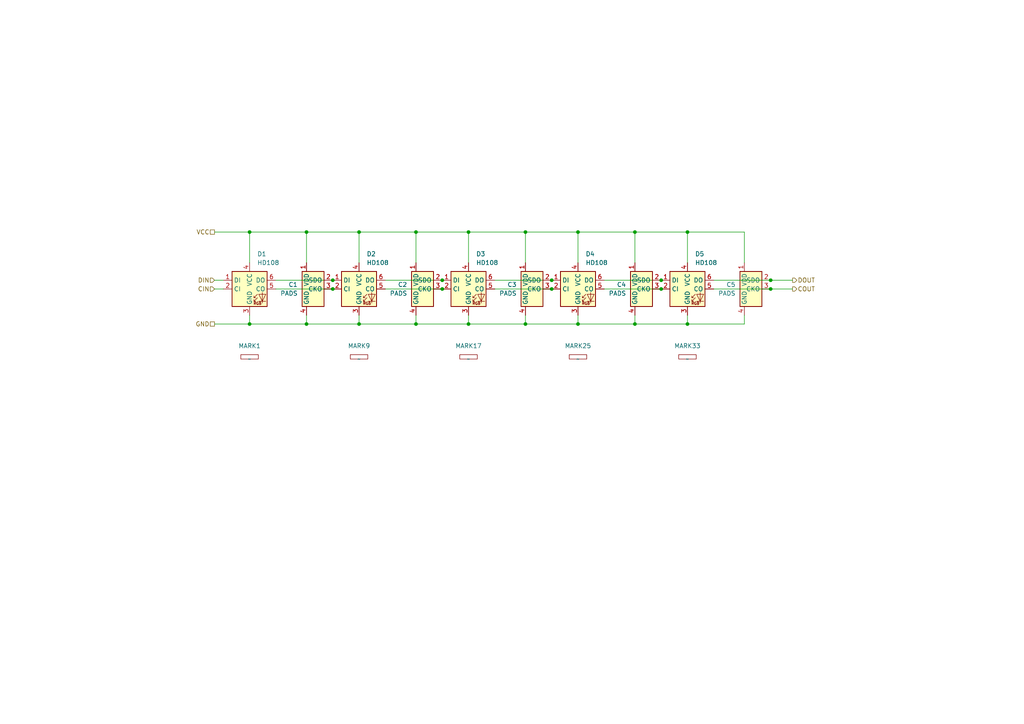
<source format=kicad_sch>
(kicad_sch (version 20230121) (generator eeschema)
  (paper "A4")
  (lib_symbols
    (symbol "project:HD108"
      (property "Reference" "D" (at 5.08 5.715 0))
      (property "Value" "HD108" (at 1.27 -5.715 0))
      (symbol "HD108_0_0"
        (text "RGB" (at 2.286 -4.191 0) (effects (font (size 0.762 0.762))))
      )
      (symbol "HD108_0_1"
        (rectangle (start -5.08 5.08) (end 5.08 -5.08) (stroke (width 0.254)) (fill (type background)))
        (polyline (pts (xy 1.27 -3.556) (xy 1.778 -3.556)))
        (polyline (pts (xy 1.27 -2.54) (xy 1.778 -2.54)))
        (polyline (pts (xy 4.699 -3.556) (xy 2.667 -3.556)))
        (polyline (pts (xy 2.286 -2.54) (xy 1.27 -3.556) (xy 1.27 -3.048)))
        (polyline (pts (xy 2.286 -1.524) (xy 1.27 -2.54) (xy 1.27 -2.032)))
        (polyline (pts (xy 3.683 -1.016) (xy 3.683 -3.556) (xy 3.683 -4.064)))
        (polyline (pts (xy 4.699 -1.524) (xy 2.667 -1.524) (xy 3.683 -3.556) (xy 4.699 -1.524)))
      )
      (symbol "HD108_1_1"
        (pin input line (at -7.62 2.54 0) (length 2.54) (name "DI") (number "1"))
        (pin input line (at -7.62 0 0) (length 2.54) (name "CI") (number "2"))
        (pin power_in line (at 0 -7.62 90) (length 2.54) (name "GND") (number "3"))
        (pin power_in line (at 0 7.62 270) (length 2.54) (name "VCC") (number "4"))
        (pin output line (at 7.62 0 180) (length 2.54) (name "CO") (number "5"))
        (pin output line (at 7.62 2.54 180) (length 2.54) (name "DO") (number "6"))
      )
    )
    (symbol "project:LED_PADS" (in_bom no)
      (property "Reference" "C" (at 5.08 5.715 0))
      (property "Value" "PADS" (at 1.27 -5.715 0))
      (symbol "LED_PADS_0_1"
        (rectangle (start -1.27 5.08) (end 5.08 -5.08) (stroke (width 0.254)) (fill (type background)))
      )
      (symbol "LED_PADS_1_1"
        (pin passive line (at 0 7.62 270) (length 2.54) (name "VDD") (number "1"))
        (pin passive line (at 7.62 2.54 180) (length 2.54) (name "SDO") (number "2"))
        (pin passive line (at 7.62 0 180) (length 2.54) (name "CKO") (number "3"))
        (pin passive line (at 0 -7.62 90) (length 2.54) (name "GND") (number "4"))
      )
    )
    (symbol "project:Marking"
      (property "Reference" "MARK" (at 0 -1.27 0))
      (symbol "Marking_0_1"
        (polyline (pts (xy -2.54 1.27) (xy -2.54 0) (xy 2.54 0) (xy 2.54 1.27) (xy -2.54 1.27)))
      )
    )
  )
  (junction (at 160.02 81.28))
  (junction (at 120.65 93.98))
  (junction (at 96.52 83.82))
  (junction (at 135.89 93.98))
  (junction (at 135.89 67.31))
  (junction (at 152.4 93.98))
  (junction (at 160.02 83.82))
  (junction (at 72.39 67.31))
  (junction (at 167.64 67.31))
  (junction (at 184.15 93.98))
  (junction (at 96.52 81.28))
  (junction (at 191.77 83.82))
  (junction (at 184.15 67.31))
  (junction (at 128.27 81.28))
  (junction (at 88.9 93.98))
  (junction (at 199.39 93.98))
  (junction (at 104.14 93.98))
  (junction (at 88.9 67.31))
  (junction (at 128.27 83.82))
  (junction (at 167.64 93.98))
  (junction (at 72.39 93.98))
  (junction (at 191.77 81.28))
  (junction (at 223.52 81.28))
  (junction (at 152.4 67.31))
  (junction (at 199.39 67.31))
  (junction (at 120.65 67.31))
  (junction (at 223.52 83.82))
  (junction (at 104.14 67.31))
  (wire (pts (xy 143.51 81.28) (xy 160.02 81.28)))
  (wire (pts (xy 80.01 81.28) (xy 96.52 81.28)))
  (wire (pts (xy 104.14 67.31) (xy 104.14 76.2)))
  (wire (pts (xy 199.39 67.31) (xy 184.15 67.31)))
  (wire (pts (xy 88.9 67.31) (xy 88.9 76.2)))
  (wire (pts (xy 175.26 83.82) (xy 191.77 83.82)))
  (wire (pts (xy 88.9 91.44) (xy 88.9 93.98)))
  (wire (pts (xy 135.89 93.98) (xy 152.4 93.98)))
  (wire (pts (xy 184.15 93.98) (xy 199.39 93.98)))
  (wire (pts (xy 167.64 67.31) (xy 152.4 67.31)))
  (wire (pts (xy 135.89 67.31) (xy 120.65 67.31)))
  (wire (pts (xy 72.39 91.44) (xy 72.39 93.98)))
  (wire (pts (xy 135.89 67.31) (xy 135.89 76.2)))
  (wire (pts (xy 62.23 67.31) (xy 72.39 67.31)))
  (wire (pts (xy 199.39 67.31) (xy 199.39 76.2)))
  (wire (pts (xy 62.23 83.82) (xy 64.77 83.82)))
  (wire (pts (xy 104.14 93.98) (xy 120.65 93.98)))
  (wire (pts (xy 72.39 93.98) (xy 88.9 93.98)))
  (wire (pts (xy 120.65 67.31) (xy 104.14 67.31)))
  (wire (pts (xy 152.4 93.98) (xy 167.64 93.98)))
  (wire (pts (xy 104.14 91.44) (xy 104.14 93.98)))
  (wire (pts (xy 167.64 93.98) (xy 184.15 93.98)))
  (wire (pts (xy 120.65 91.44) (xy 120.65 93.98)))
  (wire (pts (xy 175.26 81.28) (xy 191.77 81.28)))
  (wire (pts (xy 111.76 83.82) (xy 128.27 83.82)))
  (wire (pts (xy 184.15 67.31) (xy 184.15 76.2)))
  (wire (pts (xy 104.14 67.31) (xy 88.9 67.31)))
  (wire (pts (xy 199.39 91.44) (xy 199.39 93.98)))
  (wire (pts (xy 152.4 67.31) (xy 135.89 67.31)))
  (wire (pts (xy 199.39 93.98) (xy 215.9 93.98)))
  (wire (pts (xy 72.39 67.31) (xy 72.39 76.2)))
  (wire (pts (xy 152.4 91.44) (xy 152.4 93.98)))
  (wire (pts (xy 207.01 81.28) (xy 223.52 81.28)))
  (wire (pts (xy 152.4 67.31) (xy 152.4 76.2)))
  (wire (pts (xy 184.15 67.31) (xy 167.64 67.31)))
  (wire (pts (xy 184.15 91.44) (xy 184.15 93.98)))
  (wire (pts (xy 62.23 81.28) (xy 64.77 81.28)))
  (wire (pts (xy 111.76 81.28) (xy 128.27 81.28)))
  (wire (pts (xy 167.64 67.31) (xy 167.64 76.2)))
  (wire (pts (xy 88.9 93.98) (xy 104.14 93.98)))
  (wire (pts (xy 215.9 67.31) (xy 199.39 67.31)))
  (wire (pts (xy 120.65 67.31) (xy 120.65 76.2)))
  (wire (pts (xy 207.01 83.82) (xy 223.52 83.82)))
  (wire (pts (xy 167.64 91.44) (xy 167.64 93.98)))
  (wire (pts (xy 80.01 83.82) (xy 96.52 83.82)))
  (wire (pts (xy 223.52 81.28) (xy 229.87 81.28)))
  (wire (pts (xy 215.9 76.2) (xy 215.9 67.31)))
  (wire (pts (xy 223.52 83.82) (xy 229.87 83.82)))
  (wire (pts (xy 120.65 93.98) (xy 135.89 93.98)))
  (wire (pts (xy 88.9 67.31) (xy 72.39 67.31)))
  (wire (pts (xy 215.9 93.98) (xy 215.9 91.44)))
  (wire (pts (xy 62.23 93.98) (xy 72.39 93.98)))
  (wire (pts (xy 143.51 83.82) (xy 160.02 83.82)))
  (wire (pts (xy 135.89 91.44) (xy 135.89 93.98)))
  (hierarchical_label "DIN" (shape input) (at 62.23 81.28 180))
  (hierarchical_label "DOUT" (shape output) (at 229.87 81.28 0))
  (hierarchical_label "CIN" (shape input) (at 62.23 83.82 180))
  (hierarchical_label "GND" (shape passive) (at 62.23 93.98 180))
  (hierarchical_label "VCC" (shape passive) (at 62.23 67.31 180))
  (hierarchical_label "COUT" (shape output) (at 229.87 83.82 0))
  (symbol (lib_id "project:HD108") (at 135.89 83.82 0) (unit 1)
    (property "Reference" "D3" (at 138.0841 73.66 0) (effects (justify left)))
    (property "Value" "HD108" (at 138.0841 76.2 0) (effects (justify left)))
    (property "Footprint" "LED_SMD:LED_RGB_5050-6" (effects hide))
    (property "Datasheet" "https://www.rose-lighting.com/wp-content/uploads/sites/53/2022/07/HD108-Specificaion-V1.2.pdf" (effects hide))
    (instances (project "LED-strip" (path "" (reference "D3") (unit 1)) (path "" (reference "D8") (unit 1)) (path "" (reference "D13") (unit 1)) (path "" (reference "D18") (unit 1)) (path "" (reference "D23") (unit 1)) (path "" (reference "D28") (unit 1)) (path "" (reference "D33") (unit 1)) (path "" (reference "D38") (unit 1))))
  )
  (symbol (lib_id "project:Marking") (at 167.64 104.14 0) (unit 1)
    (property "Reference" "MARK25" (at 167.64 100.33 0))
    (property "Value" "~" (at 167.64 104.14 0))
    (property "Footprint" "project:LED_STRIP_MARKING" (effects hide))
    (instances (project "LED-strip" (path "" (reference "MARK25") (unit 1)) (path "" (reference "MARK26") (unit 1)) (path "" (reference "MARK27") (unit 1)) (path "" (reference "MARK28") (unit 1)) (path "" (reference "MARK29") (unit 1)) (path "" (reference "MARK30") (unit 1)) (path "" (reference "MARK31") (unit 1)) (path "" (reference "MARK32") (unit 1))))
  )
  (symbol (lib_id "project:LED_PADS") (at 152.4 83.82 0) (unit 1) (in_bom no)
    (property "Reference" "C3" (at 149.86 82.55 0) (effects (justify right)))
    (property "Value" "PADS" (at 149.86 85.09 0) (effects (justify right)))
    (property "Footprint" "project:LED-pads" (effects hide))
    (instances (project "LED-strip" (path "" (reference "C3") (unit 1)) (path "" (reference "C8") (unit 1)) (path "" (reference "C13") (unit 1)) (path "" (reference "C18") (unit 1)) (path "" (reference "C23") (unit 1)) (path "" (reference "C28") (unit 1)) (path "" (reference "C33") (unit 1)) (path "" (reference "C38") (unit 1))))
  )
  (symbol (lib_id "project:LED_PADS") (at 120.65 83.82 0) (unit 1) (in_bom no)
    (property "Reference" "C2" (at 118.11 82.55 0) (effects (justify right)))
    (property "Value" "PADS" (at 118.11 85.09 0) (effects (justify right)))
    (property "Footprint" "project:LED-pads" (effects hide))
    (instances (project "LED-strip" (path "" (reference "C2") (unit 1)) (path "" (reference "C7") (unit 1)) (path "" (reference "C12") (unit 1)) (path "" (reference "C17") (unit 1)) (path "" (reference "C22") (unit 1)) (path "" (reference "C27") (unit 1)) (path "" (reference "C32") (unit 1)) (path "" (reference "C37") (unit 1))))
  )
  (symbol (lib_id "project:Marking") (at 199.39 104.14 0) (unit 1)
    (property "Reference" "MARK33" (at 199.39 100.33 0))
    (property "Value" "~" (at 199.39 104.14 0))
    (property "Footprint" "project:LED_STRIP_MARKING" (effects hide))
    (instances (project "LED-strip" (path "" (reference "MARK33") (unit 1)) (path "" (reference "MARK34") (unit 1)) (path "" (reference "MARK35") (unit 1)) (path "" (reference "MARK36") (unit 1)) (path "" (reference "MARK37") (unit 1)) (path "" (reference "MARK38") (unit 1)) (path "" (reference "MARK39") (unit 1)) (path "" (reference "MARK40") (unit 1))))
  )
  (symbol (lib_id "project:LED_PADS") (at 88.9 83.82 0) (unit 1) (in_bom no)
    (property "Reference" "C1" (at 86.36 82.55 0) (effects (justify right)))
    (property "Value" "PADS" (at 86.36 85.09 0) (effects (justify right)))
    (property "Footprint" "project:LED-pads" (effects hide))
    (instances (project "LED-strip" (path "" (reference "C1") (unit 1)) (path "" (reference "C6") (unit 1)) (path "" (reference "C11") (unit 1)) (path "" (reference "C16") (unit 1)) (path "" (reference "C21") (unit 1)) (path "" (reference "C26") (unit 1)) (path "" (reference "C31") (unit 1)) (path "" (reference "C36") (unit 1))))
  )
  (symbol (lib_id "project:Marking") (at 104.14 104.14 0) (unit 1)
    (property "Reference" "MARK9" (at 104.14 100.33 0))
    (property "Value" "~" (at 104.14 104.14 0))
    (property "Footprint" "project:LED_STRIP_MARKING" (effects hide))
    (instances (project "LED-strip" (path "" (reference "MARK9") (unit 1)) (path "" (reference "MARK10") (unit 1)) (path "" (reference "MARK11") (unit 1)) (path "" (reference "MARK12") (unit 1)) (path "" (reference "MARK13") (unit 1)) (path "" (reference "MARK14") (unit 1)) (path "" (reference "MARK15") (unit 1)) (path "" (reference "MARK16") (unit 1))))
  )
  (symbol (lib_id "project:HD108") (at 167.64 83.82 0) (unit 1)
    (property "Reference" "D4" (at 169.8341 73.66 0) (effects (justify left)))
    (property "Value" "HD108" (at 169.8341 76.2 0) (effects (justify left)))
    (property "Footprint" "LED_SMD:LED_RGB_5050-6" (effects hide))
    (property "Datasheet" "https://www.rose-lighting.com/wp-content/uploads/sites/53/2022/07/HD108-Specificaion-V1.2.pdf" (effects hide))
    (instances (project "LED-strip" (path "" (reference "D4") (unit 1)) (path "" (reference "D9") (unit 1)) (path "" (reference "D14") (unit 1)) (path "" (reference "D19") (unit 1)) (path "" (reference "D24") (unit 1)) (path "" (reference "D29") (unit 1)) (path "" (reference "D34") (unit 1)) (path "" (reference "D39") (unit 1))))
  )
  (symbol (lib_id "project:LED_PADS") (at 184.15 83.82 0) (unit 1) (in_bom no)
    (property "Reference" "C4" (at 181.61 82.55 0) (effects (justify right)))
    (property "Value" "PADS" (at 181.61 85.09 0) (effects (justify right)))
    (property "Footprint" "project:LED-pads" (effects hide))
    (instances (project "LED-strip" (path "" (reference "C4") (unit 1)) (path "" (reference "C9") (unit 1)) (path "" (reference "C14") (unit 1)) (path "" (reference "C19") (unit 1)) (path "" (reference "C24") (unit 1)) (path "" (reference "C29") (unit 1)) (path "" (reference "C34") (unit 1)) (path "" (reference "C39") (unit 1))))
  )
  (symbol (lib_id "project:LED_PADS") (at 215.9 83.82 0) (unit 1) (in_bom no)
    (property "Reference" "C5" (at 213.36 82.55 0) (effects (justify right)))
    (property "Value" "PADS" (at 213.36 85.09 0) (effects (justify right)))
    (property "Footprint" "project:LED-pads" (effects hide))
    (instances (project "LED-strip" (path "" (reference "C5") (unit 1)) (path "" (reference "C10") (unit 1)) (path "" (reference "C15") (unit 1)) (path "" (reference "C20") (unit 1)) (path "" (reference "C25") (unit 1)) (path "" (reference "C30") (unit 1)) (path "" (reference "C35") (unit 1)) (path "" (reference "C40") (unit 1))))
  )
  (symbol (lib_id "project:HD108") (at 199.39 83.82 0) (unit 1)
    (property "Reference" "D5" (at 201.5841 73.66 0) (effects (justify left)))
    (property "Value" "HD108" (at 201.5841 76.2 0) (effects (justify left)))
    (property "Footprint" "LED_SMD:LED_RGB_5050-6" (effects hide))
    (property "Datasheet" "https://www.rose-lighting.com/wp-content/uploads/sites/53/2022/07/HD108-Specificaion-V1.2.pdf" (effects hide))
    (instances (project "LED-strip" (path "" (reference "D5") (unit 1)) (path "" (reference "D10") (unit 1)) (path "" (reference "D15") (unit 1)) (path "" (reference "D20") (unit 1)) (path "" (reference "D25") (unit 1)) (path "" (reference "D30") (unit 1)) (path "" (reference "D35") (unit 1)) (path "" (reference "D40") (unit 1))))
  )
  (symbol (lib_id "project:HD108") (at 104.14 83.82 0) (unit 1)
    (property "Reference" "D2" (at 106.3341 73.66 0) (effects (justify left)))
    (property "Value" "HD108" (at 106.3341 76.2 0) (effects (justify left)))
    (property "Footprint" "LED_SMD:LED_RGB_5050-6" (effects hide))
    (property "Datasheet" "https://www.rose-lighting.com/wp-content/uploads/sites/53/2022/07/HD108-Specificaion-V1.2.pdf" (effects hide))
    (instances (project "LED-strip" (path "" (reference "D2") (unit 1)) (path "" (reference "D7") (unit 1)) (path "" (reference "D12") (unit 1)) (path "" (reference "D17") (unit 1)) (path "" (reference "D22") (unit 1)) (path "" (reference "D27") (unit 1)) (path "" (reference "D32") (unit 1)) (path "" (reference "D37") (unit 1))))
  )
  (symbol (lib_id "project:Marking") (at 72.39 104.14 0) (unit 1)
    (property "Reference" "MARK1" (at 72.39 100.33 0))
    (property "Value" "~" (at 72.39 104.14 0))
    (property "Footprint" "project:LED_STRIP_MARKING" (effects hide))
    (instances (project "LED-strip" (path "" (reference "MARK1") (unit 1)) (path "" (reference "MARK2") (unit 1)) (path "" (reference "MARK3") (unit 1)) (path "" (reference "MARK4") (unit 1)) (path "" (reference "MARK5") (unit 1)) (path "" (reference "MARK6") (unit 1)) (path "" (reference "MARK7") (unit 1)) (path "" (reference "MARK8") (unit 1))))
  )
  (symbol (lib_id "project:HD108") (at 72.39 83.82 0) (unit 1)
    (property "Reference" "D1" (at 74.5841 73.66 0) (effects (justify left)))
    (property "Value" "HD108" (at 74.5841 76.2 0) (effects (justify left)))
    (property "Footprint" "LED_SMD:LED_RGB_5050-6" (effects hide))
    (property "Datasheet" "https://www.rose-lighting.com/wp-content/uploads/sites/53/2022/07/HD108-Specificaion-V1.2.pdf" (effects hide))
    (instances (project "LED-strip" (path "" (reference "D1") (unit 1)) (path "" (reference "D6") (unit 1)) (path "" (reference "D11") (unit 1)) (path "" (reference "D16") (unit 1)) (path "" (reference "D21") (unit 1)) (path "" (reference "D26") (unit 1)) (path "" (reference "D31") (unit 1)) (path "" (reference "D36") (unit 1))))
  )
  (symbol (lib_id "project:Marking") (at 135.89 104.14 0) (unit 1)
    (property "Reference" "MARK17" (at 135.89 100.33 0))
    (property "Value" "~" (at 135.89 104.14 0))
    (property "Footprint" "project:LED_STRIP_MARKING" (effects hide))
    (instances (project "LED-strip" (path "" (reference "MARK17") (unit 1)) (path "" (reference "MARK18") (unit 1)) (path "" (reference "MARK19") (unit 1)) (path "" (reference "MARK20") (unit 1)) (path "" (reference "MARK21") (unit 1)) (path "" (reference "MARK22") (unit 1)) (path "" (reference "MARK23") (unit 1)) (path "" (reference "MARK24") (unit 1))))
  )
)
</source>
